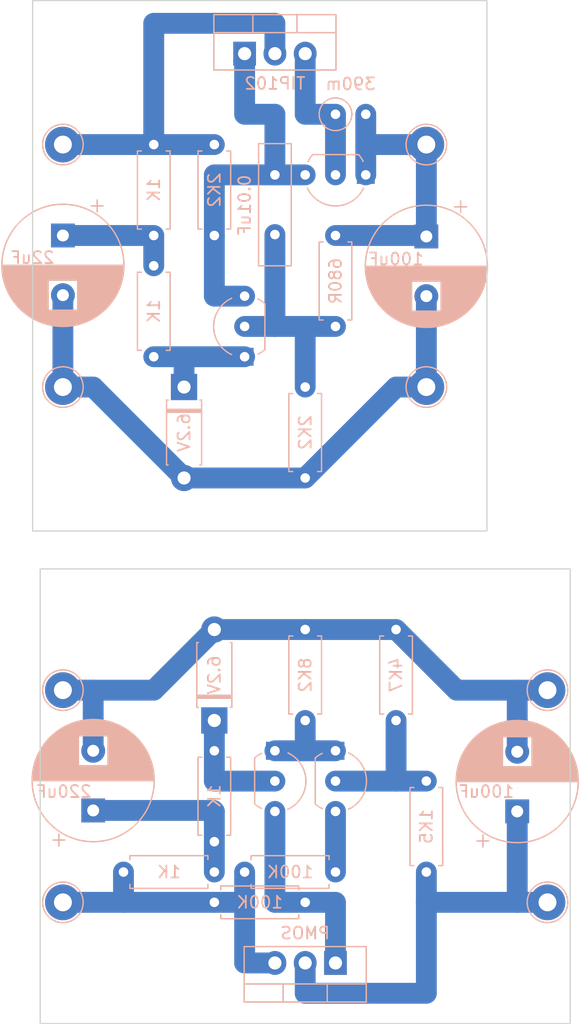
<source format=kicad_pcb>
(kicad_pcb (version 20221018) (generator pcbnew)
  (layers (0 "F.Cu" signal) (31 "B.Cu" signal) (34 "B.Paste" user) (35 "F.Paste" user) (36 "B.SilkS" user "B.Silkscreen") (37 "F.SilkS" user "F.Silkscreen") (38 "B.Mask" user) (39 "F.Mask" user) (44 "Edge.Cuts" user))
  (net 0 "")
  (net 1 "Net-(C101-Pad1)")
  (net 2 "GND")
  (net 3 "Net-(Q101-C)")
  (net 4 "Net-(Q101-B)")
  (net 5 "/Vout_1")
  (net 6 "Net-(C301-Pad1)")
  (net 7 "/Vout_3")
  (net 8 "Net-(D101-K)")
  (net 9 "Net-(D301-K)")
  (net 10 "/Vin_1")
  (net 11 "/Vin_3")
  (net 12 "Net-(Q301-C)")
  (net 13 "Net-(Q301-E)")
  (net 14 "Net-(Q303-C)")
  (net 15 "Net-(Q303-B)")
  (net 16 "Net-(Q102-E)")
  (footprint "Resistor_THT:R_Axial_DIN0207_L6.3mm_D2.5mm_P7.62mm_Horizontal" (layer "F.Cu") (at 101.6 48.26 -90)
    (fp_text reference "R106" hide)
    (fp_text value "2K2" (at 3.81 0 -90) (layer "B.SilkS") (effects (justify mirror)))
    (pad "1" thru_hole circle (at 0 0 270) (size 1.6 1.6) (drill 0.8) (layers "*.Cu" "*.Mask") (net 4 "Net-(Q101-B)"))
    (pad "2" thru_hole oval (at 7.62 0 270) (size 1.6 1.6) (drill 0.8) (layers "*.Cu" "*.Mask") (net 2 "GND"))
  )
  (footprint "Package_TO_SOT_THT:TO-92L_Inline_Wide" (layer "F.Cu") (at 106.68 30.48 180)
    (fp_text reference "Q103" hide)
    (fp_text value "NPN" hide)
    (pad "1" thru_hole rect (at 0 0 180) (size 1.5 1.5) (drill 0.8) (layers "*.Cu" "*.Mask") (net 5 "/Vout_1"))
    (pad "2" thru_hole circle (at 2.54 0 180) (size 1.5 1.5) (drill 0.8) (layers "*.Cu" "*.Mask") (net 16 "Net-(Q102-E)"))
    (pad "3" thru_hole circle (at 5.08 0 180) (size 1.5 1.5) (drill 0.8) (layers "*.Cu" "*.Mask") (net 3 "Net-(Q101-C)"))
  )
  (footprint "TestPoint:TestPoint_Loop_D2.54mm_Drill1.5mm_Beaded" (layer "F.Cu") (at 81.28 91.44 90)
    (fp_text reference "J301" hide)
    (fp_text value "Conn_01x01_Socket" hide)
    (pad "1" thru_hole circle (at 0 0 90) (size 3 3) (drill 1.5) (layers "*.Cu" "*.Mask") (net 11 "/Vin_3"))
  )
  (footprint "Package_TO_SOT_THT:TO-220-3_Vertical" (layer "F.Cu") (at 104.14 96.52 180)
    (fp_text reference "Q302" hide)
    (fp_text value "PMOS" (at 2.54 2.5) (layer "B.SilkS") (effects (justify mirror)))
    (pad "1" thru_hole rect (at 0 0 180) (size 1.905 2) (drill 1.1) (layers "*.Cu" "*.Mask") (net 12 "Net-(Q301-C)"))
    (pad "2" thru_hole oval (at 2.54 0 180) (size 1.905 2) (drill 1.1) (layers "*.Cu" "*.Mask") (net 7 "/Vout_3"))
    (pad "3" thru_hole oval (at 5.08 0 180) (size 1.905 2) (drill 1.1) (layers "*.Cu" "*.Mask") (net 11 "/Vin_3"))
  )
  (footprint "MountingHole:MountingHole_3.2mm_M3" (layer "F.Cu") (at 111.76 20.32)
    (fp_text reference "REF**" hide)
    (fp_text value "MountingHole_3.2mm_M3" hide)
    (pad "" np_thru_hole circle (at 0 0) (size 3.2 3.2) (drill 3.2) (layers "F&B.Cu" "*.Mask"))
  )
  (footprint "MountingHole:MountingHole_3.2mm_M3" (layer "F.Cu") (at 119.38 68.58 90)
    (fp_text reference "REF**" hide)
    (fp_text value "MountingHole_3.2mm_M3" hide)
    (pad "" np_thru_hole circle (at 0 0 90) (size 3.2 3.2) (drill 3.2) (layers "F&B.Cu" "*.Mask"))
  )
  (footprint "TestPoint:TestPoint_Loop_D2.54mm_Drill1.5mm_Beaded" (layer "F.Cu") (at 81.28 48.26 -90)
    (fp_text reference "J102" hide)
    (fp_text value "Conn_01x01_Socket" hide)
    (pad "1" thru_hole circle (at 0 0 270) (size 3 3) (drill 1.5) (layers "*.Cu" "*.Mask") (net 2 "GND"))
  )
  (footprint "MountingHole:MountingHole_3.2mm_M3" (layer "F.Cu") (at 119.38 96.52 90)
    (fp_text reference "REF**" hide)
    (fp_text value "MountingHole_3.2mm_M3" hide)
    (pad "" np_thru_hole circle (at 0 0 90) (size 3.2 3.2) (drill 3.2) (layers "F&B.Cu" "*.Mask"))
  )
  (footprint "TestPoint:TestPoint_Loop_D2.54mm_Drill1.5mm_Beaded" (layer "F.Cu") (at 111.76 48.26 90)
    (fp_text reference "J104" hide)
    (fp_text value "Output_Terminal" hide)
    (pad "1" thru_hole circle (at 0 0 90) (size 3 3) (drill 1.5) (layers "*.Cu" "*.Mask") (net 2 "GND"))
  )
  (footprint "Resistor_THT:R_Axial_DIN0207_L6.3mm_D2.5mm_P7.62mm_Horizontal" (layer "F.Cu") (at 88.9 38.1 -90)
    (fp_text reference "R103" hide)
    (fp_text value "1K" (at 3.81 0 90) (layer "B.SilkS") (effects (justify mirror)))
    (pad "1" thru_hole circle (at 0 0 270) (size 1.6 1.6) (drill 0.8) (layers "*.Cu" "*.Mask") (net 1 "Net-(C101-Pad1)"))
    (pad "2" thru_hole oval (at 7.62 0 270) (size 1.6 1.6) (drill 0.8) (layers "*.Cu" "*.Mask") (net 8 "Net-(D101-K)"))
  )
  (footprint "Resistor_THT:R_Axial_DIN0207_L6.3mm_D2.5mm_P7.62mm_Horizontal" (layer "F.Cu") (at 93.98 27.94 -90)
    (fp_text reference "R102" hide)
    (fp_text value "2K2" (at 3.81 0 90) (layer "B.SilkS") (effects (justify mirror)))
    (pad "1" thru_hole circle (at 0 0 270) (size 1.6 1.6) (drill 0.8) (layers "*.Cu" "*.Mask") (net 10 "/Vin_1"))
    (pad "2" thru_hole oval (at 7.62 0 270) (size 1.6 1.6) (drill 0.8) (layers "*.Cu" "*.Mask") (net 3 "Net-(Q101-C)"))
  )
  (footprint "MountingHole:MountingHole_3.2mm_M3" (layer "F.Cu") (at 111.76 55.88)
    (fp_text reference "REF**" hide)
    (fp_text value "MountingHole_3.2mm_M3" hide)
    (pad "" np_thru_hole circle (at 0 0) (size 3.2 3.2) (drill 3.2) (layers "F&B.Cu" "*.Mask"))
  )
  (footprint "Package_TO_SOT_THT:TO-220-3_Vertical" (layer "F.Cu") (at 96.52 20.32)
    (fp_text reference "Q102" hide)
    (fp_text value "TIP102" (at 2.54 2.5) (layer "B.SilkS") (effects (justify mirror)))
    (pad "1" thru_hole rect (at 0 0) (size 1.905 2) (drill 1.1) (layers "*.Cu" "*.Mask") (net 3 "Net-(Q101-C)"))
    (pad "2" thru_hole oval (at 2.54 0) (size 1.905 2) (drill 1.1) (layers "*.Cu" "*.Mask") (net 10 "/Vin_1"))
    (pad "3" thru_hole oval (at 5.08 0) (size 1.905 2) (drill 1.1) (layers "*.Cu" "*.Mask") (net 16 "Net-(Q102-E)"))
  )
  (footprint "Resistor_THT:R_Axial_DIN0207_L6.3mm_D2.5mm_P7.62mm_Horizontal" (layer "F.Cu") (at 111.76 88.9 90)
    (fp_text reference "R306" hide)
    (fp_text value "1K5" (at 3.81 0 90) (layer "B.SilkS") (effects (justify mirror)))
    (pad "1" thru_hole circle (at 0 0 90) (size 1.6 1.6) (drill 0.8) (layers "*.Cu" "*.Mask") (net 7 "/Vout_3"))
    (pad "2" thru_hole oval (at 7.62 0 90) (size 1.6 1.6) (drill 0.8) (layers "*.Cu" "*.Mask") (net 15 "Net-(Q303-B)"))
  )
  (footprint "Resistor_THT:R_Axial_DIN0207_L6.3mm_D2.5mm_P7.62mm_Horizontal" (layer "F.Cu") (at 93.98 86.36 90)
    (fp_text reference "R302" hide)
    (fp_text value "1K" (at 3.81 0 90) (layer "B.SilkS") (effects (justify mirror)))
    (pad "1" thru_hole circle (at 0 0 90) (size 1.6 1.6) (drill 0.8) (layers "*.Cu" "*.Mask") (net 6 "Net-(C301-Pad1)"))
    (pad "2" thru_hole oval (at 7.62 0 90) (size 1.6 1.6) (drill 0.8) (layers "*.Cu" "*.Mask") (net 9 "Net-(D301-K)"))
  )
  (footprint "Resistor_THT:R_Axial_DIN0207_L6.3mm_D2.5mm_P7.62mm_Horizontal" (layer "F.Cu") (at 86.36 88.9)
    (fp_text reference "R301" hide)
    (fp_text value "1K" (at 3.81 0) (layer "B.SilkS") (effects (justify mirror)))
    (pad "1" thru_hole circle (at 0 0) (size 1.6 1.6) (drill 0.8) (layers "*.Cu" "*.Mask") (net 11 "/Vin_3"))
    (pad "2" thru_hole oval (at 7.62 0) (size 1.6 1.6) (drill 0.8) (layers "*.Cu" "*.Mask") (net 6 "Net-(C301-Pad1)"))
  )
  (footprint "Resistor_THT:R_Axial_DIN0207_L6.3mm_D2.5mm_P7.62mm_Horizontal" (layer "F.Cu") (at 104.14 35.56 -90)
    (fp_text reference "R105" hide)
    (fp_text value "680R" (at 3.81 0 90) (layer "B.SilkS") (effects (justify mirror)))
    (pad "1" thru_hole circle (at 0 0 270) (size 1.6 1.6) (drill 0.8) (layers "*.Cu" "*.Mask") (net 5 "/Vout_1"))
    (pad "2" thru_hole oval (at 7.62 0 270) (size 1.6 1.6) (drill 0.8) (layers "*.Cu" "*.Mask") (net 4 "Net-(Q101-B)"))
  )
  (footprint "Resistor_THT:R_Axial_DIN0207_L6.3mm_D2.5mm_P2.54mm_Vertical" (layer "F.Cu") (at 104.14 25.4)
    (fp_text reference "R104" hide)
    (fp_text value "390m" (at 1.27 -2.54) (layer "B.SilkS") (effects (justify mirror)))
    (pad "1" thru_hole circle (at 0 0) (size 1.6 1.6) (drill 0.8) (layers "*.Cu" "*.Mask") (net 16 "Net-(Q102-E)"))
    (pad "2" thru_hole oval (at 2.54 0) (size 1.6 1.6) (drill 0.8) (layers "*.Cu" "*.Mask") (net 5 "/Vout_1"))
  )
  (footprint "Resistor_THT:R_Axial_DIN0207_L6.3mm_D2.5mm_P7.62mm_Horizontal" (layer "F.Cu") (at 93.98 91.44)
    (fp_text reference "R304" hide)
    (fp_text value "100K" (at 3.81 0) (layer "B.SilkS") (effects (justify mirror)))
    (pad "1" thru_hole circle (at 0 0) (size 1.6 1.6) (drill 0.8) (layers "*.Cu" "*.Mask") (net 11 "/Vin_3"))
    (pad "2" thru_hole oval (at 7.62 0) (size 1.6 1.6) (drill 0.8) (layers "*.Cu" "*.Mask") (net 12 "Net-(Q301-C)"))
  )
  (footprint "Capacitor_THT:CP_Radial_D10.0mm_P5.00mm" (layer "F.Cu") (at 83.82 83.74 90)
    (fp_text reference "C301" hide)
    (fp_text value "220uF" (at 1.581069 -2.447782 180) (layer "B.SilkS") (effects (justify mirror)))
    (pad "1" thru_hole rect (at 0 0 90) (size 2 2) (drill 1) (layers "*.Cu" "*.Mask") (net 6 "Net-(C301-Pad1)"))
    (pad "2" thru_hole circle (at 5 0 90) (size 2 2) (drill 1) (layers "*.Cu" "*.Mask") (net 2 "GND"))
  )
  (footprint "Resistor_THT:R_Axial_DIN0207_L6.3mm_D2.5mm_P7.62mm_Horizontal" (layer "F.Cu") (at 101.6 76.2 90)
    (fp_text reference "R305" hide)
    (fp_text value "8K2" (at 3.81 0 90) (layer "B.SilkS") (effects (justify mirror)))
    (pad "1" thru_hole circle (at 0 0 90) (size 1.6 1.6) (drill 0.8) (layers "*.Cu" "*.Mask") (net 13 "Net-(Q301-E)"))
    (pad "2" thru_hole oval (at 7.62 0 90) (size 1.6 1.6) (drill 0.8) (layers "*.Cu" "*.Mask") (net 2 "GND"))
  )
  (footprint "Package_TO_SOT_THT:TO-92L_Inline_Wide" (layer "F.Cu") (at 96.52 45.72 90)
    (fp_text reference "Q101" hide)
    (fp_text value "NPN" hide)
    (pad "1" thru_hole rect (at 0 0 90) (size 1.5 1.5) (drill 0.8) (layers "*.Cu" "*.Mask") (net 8 "Net-(D101-K)"))
    (pad "2" thru_hole circle (at 2.54 0 90) (size 1.5 1.5) (drill 0.8) (layers "*.Cu" "*.Mask") (net 4 "Net-(Q101-B)"))
    (pad "3" thru_hole circle (at 5.08 0 90) (size 1.5 1.5) (drill 0.8) (layers "*.Cu" "*.Mask") (net 3 "Net-(Q101-C)"))
  )
  (footprint "Resistor_THT:R_Axial_DIN0207_L6.3mm_D2.5mm_P7.62mm_Horizontal" (layer "F.Cu") (at 88.9 27.94 -90)
    (fp_text reference "R101" hide)
    (fp_text value "1K" (at 3.81 0 90) (layer "B.SilkS") (effects (justify mirror)))
    (pad "1" thru_hole circle (at 0 0 270) (size 1.6 1.6) (drill 0.8) (layers "*.Cu" "*.Mask") (net 10 "/Vin_1"))
    (pad "2" thru_hole oval (at 7.62 0 270) (size 1.6 1.6) (drill 0.8) (layers "*.Cu" "*.Mask") (net 1 "Net-(C101-Pad1)"))
  )
  (footprint "MountingHole:MountingHole_3.2mm_M3" (layer "F.Cu") (at 83.82 68.58 90)
    (fp_text reference "REF**" hide)
    (fp_text value "MountingHole_3.2mm_M3" hide)
    (pad "" np_thru_hole circle (at 0 0 90) (size 3.2 3.2) (drill 3.2) (layers "F&B.Cu" "*.Mask"))
  )
  (footprint "Resistor_THT:R_Axial_DIN0207_L6.3mm_D2.5mm_P7.62mm_Horizontal" (layer "F.Cu") (at 109.22 76.2 90)
    (fp_text reference "R307" hide)
    (fp_text value "4K7" (at 3.81 0 90) (layer "B.SilkS") (effects (justify mirror)))
    (pad "1" thru_hole circle (at 0 0 90) (size 1.6 1.6) (drill 0.8) (layers "*.Cu" "*.Mask") (net 15 "Net-(Q303-B)"))
    (pad "2" thru_hole oval (at 7.62 0 90) (size 1.6 1.6) (drill 0.8) (layers "*.Cu" "*.Mask") (net 2 "GND"))
  )
  (footprint "TestPoint:TestPoint_Loop_D2.54mm_Drill1.5mm_Beaded" (layer "F.Cu") (at 121.92 73.66 -90)
    (fp_text reference "J304" hide)
    (fp_text value "0" hide)
    (pad "1" thru_hole circle (at 0 0 270) (size 3 3) (drill 1.5) (layers "*.Cu" "*.Mask") (net 2 "GND"))
  )
  (footprint "Capacitor_THT:CP_Radial_D10.0mm_P5.00mm" (layer "F.Cu") (at 81.28 35.56 -90)
    (fp_text reference "C101" hide)
    (fp_text value "22uF" (at 1.857044 2.548106) (layer "B.SilkS") (effects (justify mirror)))
    (pad "1" thru_hole rect (at 0 0 270) (size 2 2) (drill 1) (layers "*.Cu" "*.Mask") (net 1 "Net-(C101-Pad1)"))
    (pad "2" thru_hole circle (at 5 0 270) (size 2 2) (drill 1) (layers "*.Cu" "*.Mask") (net 2 "GND"))
  )
  (footprint "MountingHole:MountingHole_3.2mm_M3" (layer "F.Cu") (at 83.82 20.32)
    (fp_text reference "REF**" hide)
    (fp_text value "MountingHole_3.2mm_M3" hide)
    (pad "" np_thru_hole circle (at 0 0) (size 3.2 3.2) (drill 3.2) (layers "F&B.Cu" "*.Mask"))
  )
  (footprint "Capacitor_THT:CP_Radial_D10.0mm_P5.00mm" (layer "F.Cu") (at 111.76 35.64 -90)
    (fp_text reference "C103" hide)
    (fp_text value "100uF" (at 1.890599 2.553384 180) (layer "B.SilkS") (effects (justify mirror)))
    (pad "1" thru_hole rect (at 0 0 270) (size 2 2) (drill 1) (layers "*.Cu" "*.Mask") (net 5 "/Vout_1"))
    (pad "2" thru_hole circle (at 5 0 270) (size 2 2) (drill 1) (layers "*.Cu" "*.Mask") (net 2 "GND"))
  )
  (footprint "MountingHole:MountingHole_3.2mm_M3" (layer "F.Cu") (at 83.82 96.52 90)
    (fp_text reference "REF**" hide)
    (fp_text value "MountingHole_3.2mm_M3" hide)
    (pad "" np_thru_hole circle (at 0 0 90) (size 3.2 3.2) (drill 3.2) (layers "F&B.Cu" "*.Mask"))
  )
  (footprint "TestPoint:TestPoint_Loop_D2.54mm_Drill1.5mm_Beaded" (layer "F.Cu") (at 111.76 27.94 90)
    (fp_text reference "J103" hide)
    (fp_text value "0" hide)
    (pad "1" thru_hole circle (at 0 0 90) (size 3 3) (drill 1.5) (layers "*.Cu" "*.Mask") (net 5 "/Vout_1"))
  )
  (footprint "Diode_THT:D_DO-41_SOD81_P7.62mm_Horizontal" (layer "F.Cu") (at 91.44 48.26 -90)
    (fp_text reference "D101" hide)
    (fp_text value "6.2V" (at 3.81 0 -90) (layer "B.SilkS") (effects (justify mirror)))
    (pad "1" thru_hole rect (at 0 0 270) (size 2.2 2.2) (drill 1.1) (layers "*.Cu" "*.Mask") (net 8 "Net-(D101-K)"))
    (pad "2" thru_hole oval (at 7.62 0 270) (size 2.2 2.2) (drill 1.1) (layers "*.Cu" "*.Mask") (net 2 "GND"))
  )
  (footprint "TestPoint:TestPoint_Loop_D2.54mm_Drill1.5mm_Beaded" (layer "F.Cu") (at 121.92 91.44 -90)
    (fp_text reference "J303" hide)
    (fp_text value "Output_Terminal" hide)
    (pad "1" thru_hole circle (at 0 0 270) (size 3 3) (drill 1.5) (layers "*.Cu" "*.Mask") (net 7 "/Vout_3"))
  )
  (footprint "TestPoint:TestPoint_Loop_D2.54mm_Drill1.5mm_Beaded" (layer "F.Cu") (at 81.28 73.66 90)
    (fp_text reference "J302" hide)
    (fp_text value "Conn_01x01_Socket" hide)
    (pad "1" thru_hole circle (at 0 0 90) (size 3 3) (drill 1.5) (layers "*.Cu" "*.Mask") (net 2 "GND"))
  )
  (footprint "Resistor_THT:R_Axial_DIN0207_L6.3mm_D2.5mm_P7.62mm_Horizontal" (layer "F.Cu") (at 96.52 88.9)
    (fp_text reference "R303" hide)
    (fp_text value "100K" (at 3.81 0) (layer "B.SilkS") (effects (justify mirror)))
    (pad "1" thru_hole circle (at 0 0) (size 1.6 1.6) (drill 0.8) (layers "*.Cu" "*.Mask") (net 11 "/Vin_3"))
    (pad "2" thru_hole oval (at 7.62 0) (size 1.6 1.6) (drill 0.8) (layers "*.Cu" "*.Mask") (net 14 "Net-(Q303-C)"))
  )
  (footprint "MountingHole:MountingHole_3.2mm_M3" (layer "F.Cu") (at 83.82 55.88)
    (fp_text reference "REF**" hide)
    (fp_text value "MountingHole_3.2mm_M3" hide)
    (pad "" np_thru_hole circle (at 0 0) (size 3.2 3.2) (drill 3.2) (layers "F&B.Cu" "*.Mask"))
  )
  (footprint "TestPoint:TestPoint_Loop_D2.54mm_Drill1.5mm_Beaded" (layer "F.Cu") (at 81.28 27.94 -90)
    (fp_text reference "J101" hide)
    (fp_text value "Conn_01x01_Socket" hide)
    (pad "1" thru_hole circle (at 0 0 270) (size 3 3) (drill 1.5) (layers "*.Cu" "*.Mask") (net 10 "/Vin_1"))
  )
  (footprint "Package_TO_SOT_THT:TO-92L_Inline_Wide" (layer "F.Cu") (at 104.14 78.74 -90)
    (fp_text reference "Q303" hide)
    (fp_text value "NPN" hide)
    (pad "1" thru_hole rect (at 0 0 270) (size 1.5 1.5) (drill 0.8) (layers "*.Cu" "*.Mask") (net 13 "Net-(Q301-E)"))
    (pad "2" thru_hole circle (at 2.54 0 270) (size 1.5 1.5) (drill 0.8) (layers "*.Cu" "*.Mask") (net 15 "Net-(Q303-B)"))
    (pad "3" thru_hole circle (at 5.08 0 270) (size 1.5 1.5) (drill 0.8) (layers "*.Cu" "*.Mask") (net 14 "Net-(Q303-C)"))
  )
  (footprint "Capacitor_THT:CP_Radial_D10.0mm_P5.00mm" (layer "F.Cu") (at 119.38 83.82 90)
    (fp_text reference "C302" hide)
    (fp_text value "100uF" (at 1.661069 -2.58794 180) (layer "B.SilkS") (effects (justify mirror)))
    (pad "1" thru_hole rect (at 0 0 90) (size 2 2) (drill 1) (layers "*.Cu" "*.Mask") (net 7 "/Vout_3"))
    (pad "2" thru_hole circle (at 5 0 90) (size 2 2) (drill 1) (layers "*.Cu" "*.Mask") (net 2 "GND"))
  )
  (footprint "Package_TO_SOT_THT:TO-92L_Inline_Wide" (layer "F.Cu") (at 99.06 78.74 -90)
    (fp_text reference "Q301" hide)
    (fp_text value "NPN" hide)
    (pad "1" thru_hole rect (at 0 0 270) (size 1.5 1.5) (drill 0.8) (layers "*.Cu" "*.Mask") (net 13 "Net-(Q301-E)"))
    (pad "2" thru_hole circle (at 2.54 0 270) (size 1.5 1.5) (drill 0.8) (layers "*.Cu" "*.Mask") (net 9 "Net-(D301-K)"))
    (pad "3" thru_hole circle (at 5.08 0 270) (size 1.5 1.5) (drill 0.8) (layers "*.Cu" "*.Mask") (net 12 "Net-(Q301-C)"))
  )
  (footprint "Capacitor_THT:C_Disc_D10.0mm_W2.5mm_P5.00mm" (layer "F.Cu") (at 99.06 30.48 -90)
    (fp_text reference "C102" hide)
    (fp_text value "0.01uF" (at 2.54 2.54 90) (layer "B.SilkS") (effects (justify mirror)))
    (pad "1" thru_hole circle (at 0 0 270) (size 1.6 1.6) (drill 0.8) (layers "*.Cu" "*.Mask") (net 3 "Net-(Q101-C)"))
    (pad "2" thru_hole circle (at 5 0 270) (size 1.6 1.6) (drill 0.8) (layers "*.Cu" "*.Mask") (net 4 "Net-(Q101-B)"))
  )
  (footprint "Diode_THT:D_DO-41_SOD81_P7.62mm_Horizontal" (layer "F.Cu") (at 93.98 76.2 90)
    (fp_text reference "D301" hide)
    (fp_text value "6.2V" (at 3.81 0 90) (layer "B.SilkS") (effects (justify mirror)))
    (pad "1" thru_hole rect (at 0 0 90) (size 2.2 2.2) (drill 1.1) (layers "*.Cu" "*.Mask") (net 9 "Net-(D301-K)"))
    (pad "2" thru_hole oval (at 7.62 0 90) (size 2.2 2.2) (drill 1.1) (layers "*.Cu" "*.Mask") (net 2 "GND"))
  )
  (gr_rect (start 78.74 15.875) (end 116.84 60.325) (stroke (width 0.1)) (fill none) (layer "Edge.Cuts"))
  (gr_rect (start 79.375 63.5) (end 123.825 101.6) (stroke (width 0.1)) (fill none) (layer "Edge.Cuts"))
  (segment (start 88.9 35.56) (end 88.9 38.1) (width 1.75) (layer "B.Cu") (net 1))
  (segment (start 81.28 35.56) (end 88.9 35.56) (width 1.75) (layer "B.Cu") (net 1))
  (segment (start 81.28 48.26) (end 81.28 40.56) (width 1.75) (layer "B.Cu") (net 2))
  (segment (start 93.98 68.58) (end 101.6 68.58) (width 1.75) (layer "B.Cu") (net 2))
  (segment (start 111.76 48.26) (end 111.76 40.64) (width 1.75) (layer "B.Cu") (net 2))
  (segment (start 83.82 48.26) (end 81.28 48.26) (width 1.75) (layer "B.Cu") (net 2))
  (segment (start 88.9 73.66) (end 81.28 73.66) (width 1.75) (layer "B.Cu") (net 2))
  (segment (start 101.6 68.58) (end 109.22 68.58) (width 1.75) (layer "B.Cu") (net 2))
  (segment (start 109.22 48.26) (end 111.76 48.26) (width 1.75) (layer "B.Cu") (net 2))
  (segment (start 114.3 73.66) (end 119.38 73.66) (width 1.75) (layer "B.Cu") (net 2))
  (segment (start 109.22 68.58) (end 114.3 73.66) (width 1.75) (layer "B.Cu") (net 2))
  (segment (start 101.6 55.88) (end 109.22 48.26) (width 1.75) (layer "B.Cu") (net 2))
  (segment (start 83.82 73.66) (end 81.28 73.66) (width 1.75) (layer "B.Cu") (net 2))
  (segment (start 119.38 73.66) (end 121.92 73.66) (width 1.75) (layer "B.Cu") (net 2))
  (segment (start 91.44 55.88) (end 83.82 48.26) (width 1.75) (layer "B.Cu") (net 2))
  (segment (start 119.38 78.82) (end 119.38 73.66) (width 1.75) (layer "B.Cu") (net 2))
  (segment (start 101.6 55.88) (end 91.44 55.88) (width 1.75) (layer "B.Cu") (net 2))
  (segment (start 83.82 78.74) (end 83.82 73.66) (width 1.75) (layer "B.Cu") (net 2))
  (segment (start 93.98 68.58) (end 88.9 73.66) (width 1.75) (layer "B.Cu") (net 2))
  (segment (start 99.06 25.4) (end 99.06 30.48) (width 1.75) (layer "B.Cu") (net 3))
  (segment (start 93.98 35.56) (end 93.98 30.48) (width 1.75) (layer "B.Cu") (net 3))
  (segment (start 93.98 40.64) (end 93.98 35.56) (width 1.75) (layer "B.Cu") (net 3))
  (segment (start 99.06 30.48) (end 101.6 30.48) (width 1.75) (layer "B.Cu") (net 3))
  (segment (start 96.52 25.4) (end 99.06 25.4) (width 1.75) (layer "B.Cu") (net 3))
  (segment (start 93.98 30.48) (end 99.06 30.48) (width 1.75) (layer "B.Cu") (net 3))
  (segment (start 96.52 20.32) (end 96.52 25.4) (width 1.75) (layer "B.Cu") (net 3))
  (segment (start 96.52 40.64) (end 93.98 40.64) (width 1.75) (layer "B.Cu") (net 3))
  (segment (start 101.6 48.26) (end 101.6 43.18) (width 1.75) (layer "B.Cu") (net 4))
  (segment (start 104.14 43.18) (end 101.6 43.18) (width 1.75) (layer "B.Cu") (net 4))
  (segment (start 101.6 43.18) (end 99.06 43.18) (width 1.75) (layer "B.Cu") (net 4))
  (segment (start 99.06 43.18) (end 99.06 35.48) (width 1.75) (layer "B.Cu") (net 4))
  (segment (start 96.52 43.18) (end 99.06 43.18) (width 1.75) (layer "B.Cu") (net 4))
  (segment (start 111.76 27.94) (end 106.68 27.94) (width 1.75) (layer "B.Cu") (net 5))
  (segment (start 106.68 30.48) (end 106.68 27.94) (width 1.75) (layer "B.Cu") (net 5))
  (segment (start 106.68 27.94) (end 106.68 25.4) (width 1.75) (layer "B.Cu") (net 5))
  (segment (start 104.14 35.56) (end 111.68 35.56) (width 1.75) (layer "B.Cu") (net 5))
  (segment (start 111.68 35.56) (end 111.76 35.64) (width 1.75) (layer "B.Cu") (net 5))
  (segment (start 111.76 27.94) (end 111.76 35.64) (width 1.75) (layer "B.Cu") (net 5))
  (segment (start 93.98 88.9) (end 93.98 83.82) (width 1.75) (layer "B.Cu") (net 6))
  (segment (start 93.9 83.74) (end 83.82 83.74) (width 1.75) (layer "B.Cu") (net 6))
  (segment (start 93.98 83.82) (end 93.9 83.74) (width 1.75) (layer "B.Cu") (net 6))
  (segment (start 111.76 99.06) (end 101.6 99.06) (width 1.75) (layer "B.Cu") (net 7))
  (segment (start 121.92 91.44) (end 119.38 91.44) (width 1.75) (layer "B.Cu") (net 7))
  (segment (start 111.76 88.9) (end 111.76 91.44) (width 1.75) (layer "B.Cu") (net 7))
  (segment (start 111.76 91.44) (end 111.76 99.06) (width 1.75) (layer "B.Cu") (net 7))
  (segment (start 101.6 99.06) (end 101.6 96.52) (width 1.75) (layer "B.Cu") (net 7))
  (segment (start 119.38 91.44) (end 119.38 83.82) (width 1.75) (layer "B.Cu") (net 7))
  (segment (start 119.38 91.44) (end 111.76 91.44) (width 1.75) (layer "B.Cu") (net 7))
  (segment (start 96.52 45.72) (end 91.44 45.72) (width 1.75) (layer "B.Cu") (net 8))
  (segment (start 91.44 45.72) (end 88.9 45.72) (width 1.75) (layer "B.Cu") (net 8))
  (segment (start 91.44 48.26) (end 91.44 45.72) (width 1.75) (layer "B.Cu") (net 8))
  (segment (start 99.06 81.28) (end 93.98 81.28) (width 1.75) (layer "B.Cu") (net 9))
  (segment (start 93.98 81.28) (end 93.98 76.2) (width 1.75) (layer "B.Cu") (net 9))
  (segment (start 88.9 27.94) (end 93.98 27.94) (width 1.75) (layer "B.Cu") (net 10))
  (segment (start 88.9 17.78) (end 99.06 17.78) (width 1.75) (layer "B.Cu") (net 10))
  (segment (start 99.06 17.78) (end 99.06 20.32) (width 1.75) (layer "B.Cu") (net 10))
  (segment (start 81.28 27.94) (end 88.9 27.94) (width 1.75) (layer "B.Cu") (net 10))
  (segment (start 88.9 27.94) (end 88.9 17.78) (width 1.75) (layer "B.Cu") (net 10))
  (segment (start 81.28 91.44) (end 86.36 91.44) (width 1.75) (layer "B.Cu") (net 11))
  (segment (start 96.52 91.44) (end 96.52 88.9) (width 1.75) (layer "B.Cu") (net 11))
  (segment (start 93.98 91.44) (end 96.52 91.44) (width 1.75) (layer "B.Cu") (net 11))
  (segment (start 96.52 96.52) (end 96.52 91.44) (width 1.75) (layer "B.Cu") (net 11))
  (segment (start 86.36 91.44) (end 93.98 91.44) (width 1.75) (layer "B.Cu") (net 11))
  (segment (start 86.36 88.9) (end 86.36 91.44) (width 1.75) (layer "B.Cu") (net 11))
  (segment (start 99.06 96.52) (end 96.52 96.52) (width 1.75) (layer "B.Cu") (net 11))
  (segment (start 101.6 91.44) (end 99.06 91.44) (width 1.75) (layer "B.Cu") (net 12))
  (segment (start 101.6 91.44) (end 104.14 91.44) (width 1.75) (layer "B.Cu") (net 12))
  (segment (start 104.14 91.44) (end 104.14 96.52) (width 1.75) (layer "B.Cu") (net 12))
  (segment (start 99.06 91.44) (end 99.06 83.82) (width 1.75) (layer "B.Cu") (net 12))
  (segment (start 101.6 76.2) (end 101.6 78.74) (width 1.75) (layer "B.Cu") (net 13))
  (segment (start 101.6 78.74) (end 104.14 78.74) (width 1.75) (layer "B.Cu") (net 13))
  (segment (start 99.06 78.74) (end 101.6 78.74) (width 1.75) (layer "B.Cu") (net 13))
  (segment (start 104.14 88.9) (end 104.14 83.82) (width 1.75) (layer "B.Cu") (net 14))
  (segment (start 104.14 81.28) (end 109.22 81.28) (width 1.75) (layer "B.Cu") (net 15))
  (segment (start 109.22 81.28) (end 111.76 81.28) (width 1.75) (layer "B.Cu") (net 15))
  (segment (start 109.22 76.2) (end 109.22 81.28) (width 1.75) (layer "B.Cu") (net 15))
  (segment (start 101.6 25.4) (end 101.6 20.32) (width 1.75) (layer "B.Cu") (net 16))
  (segment (start 104.14 25.4) (end 101.6 25.4) (width 1.75) (layer "B.Cu") (net 16))
  (segment (start 104.14 30.48) (end 104.14 25.4) (width 1.75) (layer "B.Cu") (net 16))
)
</source>
